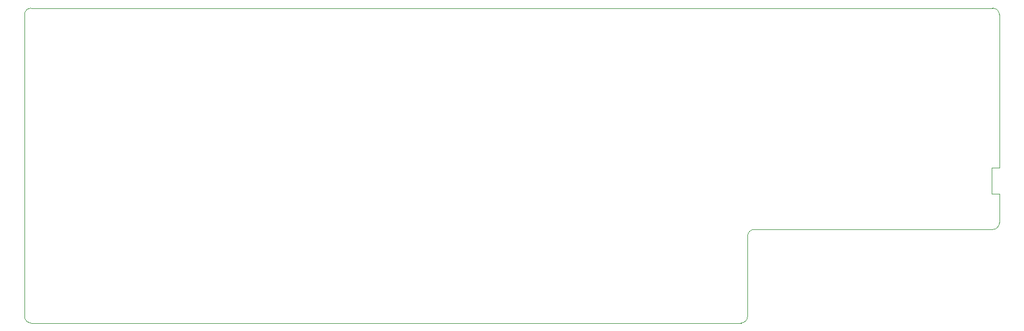
<source format=gbr>
G04 #@! TF.GenerationSoftware,KiCad,Pcbnew,5.1.5+dfsg1-2*
G04 #@! TF.CreationDate,2020-02-18T22:18:07+02:00*
G04 #@! TF.ProjectId,zxkbd,7a786b62-642e-46b6-9963-61645f706362,rev?*
G04 #@! TF.SameCoordinates,Original*
G04 #@! TF.FileFunction,Profile,NP*
%FSLAX46Y46*%
G04 Gerber Fmt 4.6, Leading zero omitted, Abs format (unit mm)*
G04 Created by KiCad (PCBNEW 5.1.5+dfsg1-2) date 2020-02-18 22:18:07*
%MOMM*%
%LPD*%
G04 APERTURE LIST*
%ADD10C,0.050000*%
%ADD11C,0.000100*%
G04 APERTURE END LIST*
D10*
X226800000Y-136000000D02*
X226800000Y-135600000D01*
X226800000Y-136000000D02*
G75*
G02X225800000Y-137000000I-1000000J0D01*
G01*
X225800000Y-103250000D02*
G75*
G02X226800000Y-104250000I0J-1000000D01*
G01*
X78500000Y-104250000D02*
G75*
G02X79500000Y-103250000I1000000J0D01*
G01*
X79500000Y-151250000D02*
G75*
G02X78500000Y-150250000I0J1000000D01*
G01*
X188500000Y-150250000D02*
G75*
G02X187500000Y-151250000I-1000000J0D01*
G01*
X188500000Y-138000000D02*
G75*
G02X189500000Y-137000000I1000000J0D01*
G01*
X189500000Y-137000000D02*
X225800000Y-137000000D01*
X188500000Y-150250000D02*
X188500000Y-138000000D01*
X79500000Y-151250000D02*
X100000000Y-151250000D01*
X78500000Y-104250000D02*
X78500000Y-150250000D01*
X225800000Y-103250000D02*
X79500000Y-103250000D01*
X226800000Y-123600000D02*
X226800000Y-104250000D01*
X100000000Y-151250000D02*
X187500000Y-151250000D01*
D11*
X226800000Y-135600000D02*
X226800000Y-131600000D01*
X226800000Y-131600000D02*
X225600000Y-131600000D01*
X225600000Y-131600000D02*
X225600000Y-127600000D01*
X225600000Y-127600000D02*
X226800000Y-127600000D01*
X226800000Y-127600000D02*
X226800000Y-123600000D01*
M02*

</source>
